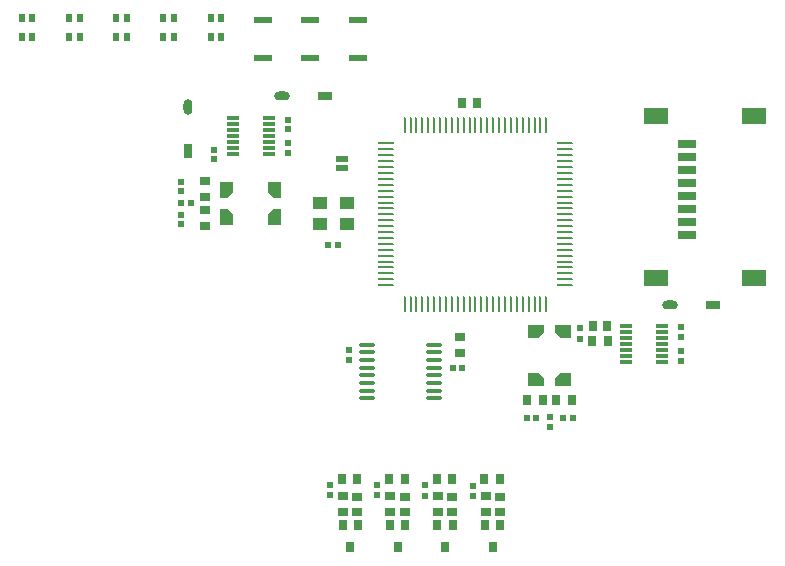
<source format=gtp>
G04*
G04 #@! TF.GenerationSoftware,Altium Limited,Altium Designer,24.4.1 (13)*
G04*
G04 Layer_Color=8421504*
%FSLAX44Y44*%
%MOMM*%
G71*
G04*
G04 #@! TF.SameCoordinates,4A672E86-6C9B-4248-A0BA-008E6FD5887C*
G04*
G04*
G04 #@! TF.FilePolarity,Positive*
G04*
G01*
G75*
%ADD21R,0.5000X0.8000*%
%ADD22R,1.3082X0.7621*%
G04:AMPARAMS|DCode=23|XSize=1.3082mm|YSize=0.7621mm|CornerRadius=0.3811mm|HoleSize=0mm|Usage=FLASHONLY|Rotation=180.000|XOffset=0mm|YOffset=0mm|HoleType=Round|Shape=RoundedRectangle|*
%AMROUNDEDRECTD23*
21,1,1.3082,0.0000,0,0,180.0*
21,1,0.5461,0.7621,0,0,180.0*
1,1,0.7621,-0.2730,0.0000*
1,1,0.7621,0.2730,0.0000*
1,1,0.7621,0.2730,0.0000*
1,1,0.7621,-0.2730,0.0000*
%
%ADD23ROUNDEDRECTD23*%
%ADD24R,0.7500X0.8500*%
%ADD25R,0.9779X0.3048*%
%ADD26R,0.8500X0.7000*%
%ADD27R,0.8500X0.7500*%
%ADD28R,0.7000X0.9000*%
%ADD29R,0.5500X0.5500*%
%ADD30R,1.5000X0.5500*%
%ADD31R,1.5000X0.8000*%
%ADD32R,2.0000X1.4500*%
%ADD33R,0.5500X0.5500*%
%ADD34O,1.4000X0.3500*%
%ADD35R,0.9500X0.8000*%
%ADD36R,0.5200X0.5200*%
%ADD37R,0.5200X0.5200*%
G04:AMPARAMS|DCode=38|XSize=1.3082mm|YSize=0.7621mm|CornerRadius=0.3811mm|HoleSize=0mm|Usage=FLASHONLY|Rotation=90.000|XOffset=0mm|YOffset=0mm|HoleType=Round|Shape=RoundedRectangle|*
%AMROUNDEDRECTD38*
21,1,1.3082,0.0000,0,0,90.0*
21,1,0.5461,0.7621,0,0,90.0*
1,1,0.7621,0.0000,0.2730*
1,1,0.7621,0.0000,-0.2730*
1,1,0.7621,0.0000,-0.2730*
1,1,0.7621,0.0000,0.2730*
%
%ADD38ROUNDEDRECTD38*%
%ADD39R,0.7621X1.3082*%
%ADD40R,0.8621X0.7565*%
G04:AMPARAMS|DCode=41|XSize=0.2125mm|YSize=1.3552mm|CornerRadius=0.1062mm|HoleSize=0mm|Usage=FLASHONLY|Rotation=0.000|XOffset=0mm|YOffset=0mm|HoleType=Round|Shape=RoundedRectangle|*
%AMROUNDEDRECTD41*
21,1,0.2125,1.1428,0,0,0.0*
21,1,0.0000,1.3552,0,0,0.0*
1,1,0.2125,0.0000,-0.5714*
1,1,0.2125,0.0000,-0.5714*
1,1,0.2125,0.0000,0.5714*
1,1,0.2125,0.0000,0.5714*
%
%ADD41ROUNDEDRECTD41*%
G04:AMPARAMS|DCode=42|XSize=1.3552mm|YSize=0.2125mm|CornerRadius=0.1062mm|HoleSize=0mm|Usage=FLASHONLY|Rotation=0.000|XOffset=0mm|YOffset=0mm|HoleType=Round|Shape=RoundedRectangle|*
%AMROUNDEDRECTD42*
21,1,1.3552,0.0000,0,0,0.0*
21,1,1.1428,0.2125,0,0,0.0*
1,1,0.2125,0.5714,0.0000*
1,1,0.2125,-0.5714,0.0000*
1,1,0.2125,-0.5714,0.0000*
1,1,0.2125,0.5714,0.0000*
%
%ADD42ROUNDEDRECTD42*%
%ADD43R,1.3552X0.2125*%
%ADD44C,0.9698*%
%ADD45C,0.9900*%
%ADD46R,1.3000X1.0500*%
%ADD47R,1.1400X0.5750*%
%ADD48R,0.7565X0.8621*%
%ADD49R,0.7000X0.8500*%
G36*
X254150Y340500D02*
Y332000D01*
X243150D01*
Y345500D01*
X250150D01*
X254150Y340500D01*
D02*
G37*
G36*
Y359500D02*
X250150Y354500D01*
X243150D01*
Y368000D01*
X254150D01*
Y359500D01*
D02*
G37*
G36*
X295150Y332000D02*
X284150D01*
Y340500D01*
X288150Y345500D01*
X295150D01*
Y332000D01*
D02*
G37*
G36*
Y354500D02*
X288150D01*
X284150Y359500D01*
Y368000D01*
X295150D01*
Y354500D01*
D02*
G37*
G36*
X518000Y202250D02*
Y195250D01*
X504500D01*
Y206250D01*
X513000D01*
X518000Y202250D01*
D02*
G37*
G36*
X540500Y195250D02*
X527000D01*
Y202250D01*
X532000Y206250D01*
X540500D01*
Y195250D01*
D02*
G37*
G36*
X518000Y240250D02*
X513000Y236250D01*
X504500D01*
Y247250D01*
X518000D01*
Y240250D01*
D02*
G37*
G36*
X540500Y236250D02*
X532000D01*
X527000Y240250D01*
Y247250D01*
X540500D01*
Y236250D01*
D02*
G37*
D21*
X164500Y507250D02*
D03*
Y491250D02*
D03*
X155500Y507250D02*
D03*
Y491250D02*
D03*
X195500Y491250D02*
D03*
Y507250D02*
D03*
X204500Y491250D02*
D03*
Y507250D02*
D03*
X235500Y491250D02*
D03*
Y507250D02*
D03*
X244500Y491250D02*
D03*
Y507250D02*
D03*
X115500Y491250D02*
D03*
Y507250D02*
D03*
X124500Y491250D02*
D03*
Y507250D02*
D03*
X75500Y491250D02*
D03*
Y507250D02*
D03*
X84500Y491250D02*
D03*
Y507250D02*
D03*
D22*
X332750Y441000D02*
D03*
X660750Y264000D02*
D03*
D23*
X296250Y441000D02*
D03*
X624250Y264000D02*
D03*
D24*
X448300Y435250D02*
D03*
X461300D02*
D03*
X440000Y116500D02*
D03*
X427000D02*
D03*
X359750D02*
D03*
X346750D02*
D03*
X386750D02*
D03*
X399750D02*
D03*
X467250D02*
D03*
X480250D02*
D03*
X571750Y233750D02*
D03*
X558750D02*
D03*
D25*
X254470Y391955D02*
D03*
Y396956D02*
D03*
Y401958D02*
D03*
Y406959D02*
D03*
Y411960D02*
D03*
Y416961D02*
D03*
Y421963D02*
D03*
X285331D02*
D03*
Y416961D02*
D03*
Y411960D02*
D03*
Y406959D02*
D03*
Y401958D02*
D03*
Y396956D02*
D03*
Y391955D02*
D03*
X617935Y215997D02*
D03*
Y220998D02*
D03*
Y226000D02*
D03*
Y231001D02*
D03*
Y236002D02*
D03*
Y241004D02*
D03*
Y246005D02*
D03*
X587074D02*
D03*
Y241004D02*
D03*
Y236002D02*
D03*
Y231001D02*
D03*
Y226000D02*
D03*
Y220998D02*
D03*
Y215997D02*
D03*
D26*
X440000Y88695D02*
D03*
Y101195D02*
D03*
X359750Y88750D02*
D03*
Y101250D02*
D03*
X399750D02*
D03*
Y88750D02*
D03*
X480250Y101250D02*
D03*
Y88750D02*
D03*
D27*
X428000Y88945D02*
D03*
Y101945D02*
D03*
X347750Y89000D02*
D03*
Y102000D02*
D03*
X387750D02*
D03*
Y89000D02*
D03*
X468250Y102000D02*
D03*
Y89000D02*
D03*
D28*
X440500Y77945D02*
D03*
X427500D02*
D03*
X434000Y58945D02*
D03*
X360250Y78000D02*
D03*
X347250D02*
D03*
X353750Y59000D02*
D03*
X393750D02*
D03*
X387250Y78000D02*
D03*
X400250D02*
D03*
X474250Y59000D02*
D03*
X467750Y78000D02*
D03*
X480750D02*
D03*
D29*
X417000Y102195D02*
D03*
Y111195D02*
D03*
X336750Y102750D02*
D03*
Y111750D02*
D03*
X376750Y111750D02*
D03*
Y102750D02*
D03*
X457250Y111000D02*
D03*
Y102000D02*
D03*
X548250Y244500D02*
D03*
Y235500D02*
D03*
D30*
X280000Y473000D02*
D03*
Y505500D02*
D03*
X320000Y473000D02*
D03*
Y505500D02*
D03*
X360000Y473000D02*
D03*
Y505500D02*
D03*
D31*
X638750Y400481D02*
D03*
Y389481D02*
D03*
Y378481D02*
D03*
Y367481D02*
D03*
Y356481D02*
D03*
Y345481D02*
D03*
Y334481D02*
D03*
Y323481D02*
D03*
D32*
X612750Y286781D02*
D03*
Y424281D02*
D03*
X695750Y286781D02*
D03*
Y424281D02*
D03*
D33*
X343750Y314615D02*
D03*
X334750D02*
D03*
D34*
X424250Y185000D02*
D03*
Y191500D02*
D03*
Y198000D02*
D03*
Y204500D02*
D03*
Y211000D02*
D03*
Y217500D02*
D03*
Y224000D02*
D03*
Y230500D02*
D03*
X368250Y185000D02*
D03*
Y191500D02*
D03*
Y198000D02*
D03*
Y204500D02*
D03*
Y211000D02*
D03*
Y217500D02*
D03*
Y224000D02*
D03*
Y230500D02*
D03*
D35*
X447000Y236500D02*
D03*
Y223000D02*
D03*
D36*
X352250Y217500D02*
D03*
Y225500D02*
D03*
X210400Y360168D02*
D03*
Y368168D02*
D03*
X301250Y401000D02*
D03*
Y393000D02*
D03*
X238500Y395250D02*
D03*
Y387250D02*
D03*
X301250Y413000D02*
D03*
Y421000D02*
D03*
X210650Y332168D02*
D03*
Y340168D02*
D03*
X633750Y225000D02*
D03*
Y217000D02*
D03*
Y237000D02*
D03*
Y245000D02*
D03*
X522500Y160750D02*
D03*
Y168750D02*
D03*
D37*
X448500Y211000D02*
D03*
X440500D02*
D03*
X210650Y350168D02*
D03*
X218650D02*
D03*
X511000Y168500D02*
D03*
X503000D02*
D03*
X542000Y168250D02*
D03*
X534000D02*
D03*
D38*
X216750Y431250D02*
D03*
D39*
Y394750D02*
D03*
D40*
X230400Y355659D02*
D03*
Y368676D02*
D03*
Y331159D02*
D03*
Y344176D02*
D03*
D41*
X399750Y416505D02*
D03*
X404750D02*
D03*
X409750D02*
D03*
X414750D02*
D03*
X419750D02*
D03*
X424750D02*
D03*
X429750D02*
D03*
X434750D02*
D03*
X439750D02*
D03*
X444750D02*
D03*
X449750D02*
D03*
X454750D02*
D03*
X459750D02*
D03*
X464750D02*
D03*
X469750D02*
D03*
X474750D02*
D03*
X479750D02*
D03*
X484750D02*
D03*
X489750D02*
D03*
X494750D02*
D03*
X499750D02*
D03*
X504750D02*
D03*
X509750D02*
D03*
X514750D02*
D03*
X519750D02*
D03*
Y264995D02*
D03*
X514750D02*
D03*
X509750D02*
D03*
X504750D02*
D03*
X499750D02*
D03*
X494750D02*
D03*
X489750D02*
D03*
X484750D02*
D03*
X479750D02*
D03*
X474750D02*
D03*
X469750D02*
D03*
X464750D02*
D03*
X459750D02*
D03*
X454750D02*
D03*
X449750D02*
D03*
X444750D02*
D03*
X439750D02*
D03*
X434750D02*
D03*
X429750D02*
D03*
X424750D02*
D03*
X419750D02*
D03*
X414750D02*
D03*
X409750D02*
D03*
X404750D02*
D03*
X399750D02*
D03*
D42*
X535505Y400750D02*
D03*
Y395750D02*
D03*
Y390750D02*
D03*
Y385750D02*
D03*
Y380750D02*
D03*
Y375750D02*
D03*
Y370750D02*
D03*
Y365750D02*
D03*
Y360750D02*
D03*
Y355750D02*
D03*
Y350750D02*
D03*
Y345750D02*
D03*
Y340750D02*
D03*
Y335750D02*
D03*
Y330750D02*
D03*
Y325750D02*
D03*
Y320750D02*
D03*
Y315750D02*
D03*
Y310750D02*
D03*
Y305750D02*
D03*
Y300750D02*
D03*
Y295750D02*
D03*
Y290750D02*
D03*
Y285750D02*
D03*
Y280750D02*
D03*
X383995D02*
D03*
Y285750D02*
D03*
Y290750D02*
D03*
Y295750D02*
D03*
Y300750D02*
D03*
Y305750D02*
D03*
Y310750D02*
D03*
Y315750D02*
D03*
Y320750D02*
D03*
Y325750D02*
D03*
Y330750D02*
D03*
Y335750D02*
D03*
Y340750D02*
D03*
Y345750D02*
D03*
Y350750D02*
D03*
Y355750D02*
D03*
Y360750D02*
D03*
Y365750D02*
D03*
Y370750D02*
D03*
Y375750D02*
D03*
Y380750D02*
D03*
Y385750D02*
D03*
Y390750D02*
D03*
Y395750D02*
D03*
D43*
Y400750D02*
D03*
D44*
X248650Y361250D02*
D03*
X289650D02*
D03*
X511250Y200750D02*
D03*
Y241750D02*
D03*
D45*
X289650Y337500D02*
D03*
X248650D02*
D03*
X535000Y241750D02*
D03*
Y200750D02*
D03*
D46*
X327750Y350365D02*
D03*
X350750D02*
D03*
Y332865D02*
D03*
X327750D02*
D03*
D47*
X346550Y379776D02*
D03*
Y388026D02*
D03*
D48*
X516759Y183500D02*
D03*
X503741D02*
D03*
X541259D02*
D03*
X528241D02*
D03*
D49*
X571500Y246250D02*
D03*
X559000D02*
D03*
M02*

</source>
